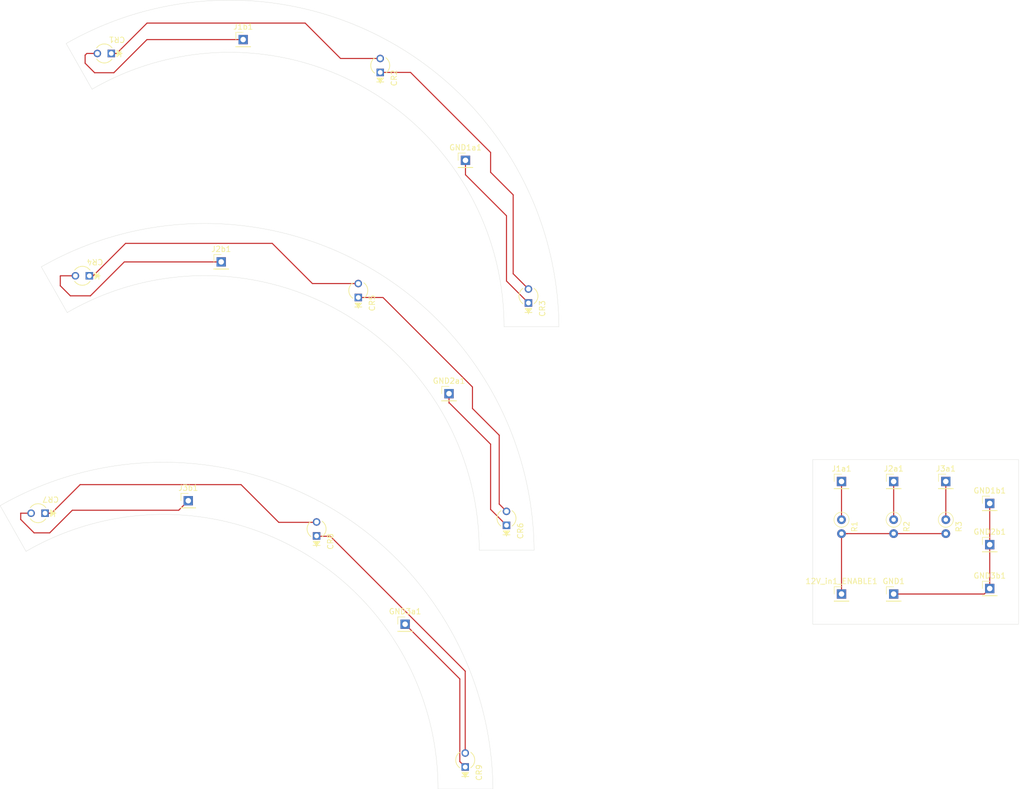
<source format=kicad_pcb>
(kicad_pcb (version 20241229) (generator "pcbnew") (generator_version "9.0")
  (layers (0 "F.Cu" signal) (2 "B.Cu" signal) (13 "F.Paste" user) (15 "B.Paste" user) (5 "F.SilkS" user "F.Silkscreen") (7 "B.SilkS" user "B.Silkscreen") (1 "F.Mask" user) (3 "B.Mask" user) (25 "Edge.Cuts" user))
  (net 0 "")
  (net 1 "Net-(12V_in1_ENABLE1-Pin_1)")
  (net 2 "Net-(CR1-Pad1)")
  (net 3 "Net-(J1b1-Pin_1)")
  (net 4 "Net-(CR2-Pad1)")
  (net 5 "Net-(CR4-Pad1)")
  (net 6 "Net-(CR5-Pad1)")
  (net 7 "Net-(CR7-Pad1)")
  (net 8 "Net-(CR8-Pad1)")
  (net 9 "Net-(GND1-Pin_1)")
  (net 10 "Net-(GND1a1-Pin_1)")
  (net 11 "Net-(GND2a1-Pin_1)")
  (net 12 "Net-(GND3a1-Pin_1)")
  (net 13 "Net-(J1a1-Pin_1)")
  (net 14 "Net-(J2a1-Pin_1)")
  (net 15 "Net-(J2b1-Pin_1)")
  (net 16 "Net-(J3a1-Pin_1)")
  (net 17 "Net-(J3b1-Pin_1)")
  (footprint "Connector_PinHeader_2.54mm:PinHeader_1x01_P2.54mm_Vertical" (layer "F.Cu") (at 183 129)
    (property "Reference" "GND1" (at 0 -2.33 0) (layer "F.SilkS"))
    (property "Value" "Conn_01x01_Pin")
    (fp_line (start -1.33 -1.33) (end 0 -1.33) (stroke (width 0.12)) (layer "F.SilkS"))
    (fp_line (start -1.33 0) (end -1.33 -1.33) (stroke (width 0.12)) (layer "F.SilkS"))
    (fp_line (start -1.33 1.27) (end -1.33 1.33) (stroke (width 0.12)) (layer "F.SilkS"))
    (fp_line (start -1.33 1.27) (end 1.33 1.27) (stroke (width 0.12)) (layer "F.SilkS"))
    (fp_line (start -1.33 1.33) (end 1.33 1.33) (stroke (width 0.12)) (layer "F.SilkS"))
    (fp_line (start 1.33 1.27) (end 1.33 1.33) (stroke (width 0.12)) (layer "F.SilkS"))
    (pad "1" thru_hole rect (at 0 0) (size 1.7 1.7) (drill 1) (layers "*.Cu" "*.Mask") (net 9 "Net-(GND1-Pin_1)"))
  )
  (footprint "Resistor_THT:R_Axial_DIN0207_L6.3mm_D2.5mm_P2.54mm_Vertical" (layer "F.Cu") (at 173.5 115.46 -90)
    (property "Reference" "R1" (at 1.27 -2.37 90) (layer "F.SilkS"))
    (property "Value" "100")
    (fp_line (start 1.37 0) (end 1.44 0) (stroke (width 0.12)) (layer "F.SilkS"))
    (fp_circle (center 0 0) (end 1.37 0) (stroke (width 0.12)) (fill no) (layer "F.SilkS"))
    (pad "1" thru_hole circle (at 0 0 270) (size 1.6 1.6) (drill 0.8) (layers "*.Cu" "*.Mask") (net 13 "Net-(J1a1-Pin_1)"))
    (pad "2" thru_hole oval (at 2.54 0 270) (size 1.6 1.6) (drill 0.8) (layers "*.Cu" "*.Mask") (net 1 "Net-(12V_in1_ENABLE1-Pin_1)"))
  )
  (footprint "LED_ring:TLL_Series_VIS" (layer "F.Cu") (at 112.5 115.5 90)
    (property "Reference" "CR6" (at -2 2.5 90) (layer "F.SilkS"))
    (property "Value" "TLLG4401")
    (fp_line (start -2.70866 -0.66256) (end -2.70866 0.60744) (stroke (width 0.1524)) (layer "F.SilkS"))
    (fp_line (start -2 -0.02756) (end -2.96266 -0.02756) (stroke (width 0.1524)) (layer "F.SilkS"))
    (fp_line (start -2.70866 -0.02756) (end -2 -0.61811) (stroke (width 0.1524)) (layer "F.SilkS"))
    (fp_line (start -2.70866 -0.02756) (end -2 -0.5) (stroke (width 0.1524)) (layer "F.SilkS"))
    (fp_line (start -2.70866 -0.02756) (end -2 -0.38189) (stroke (width 0.1524)) (layer "F.SilkS"))
    (fp_line (start -2.70866 -0.02756) (end -2 -0.26378) (stroke (width 0.1524)) (layer "F.SilkS"))
    (fp_line (start -2.70866 -0.02756) (end -2 -0.14567) (stroke (width 0.1524)) (layer "F.SilkS"))
    (fp_line (start -2.70866 -0.02756) (end -2 0.09055) (stroke (width 0.1524)) (layer "F.SilkS"))
    (fp_line (start -2.70866 -0.02756) (end -2 0.20866) (stroke (width 0.1524)) (layer "F.SilkS"))
    (fp_line (start -2.70866 -0.02756) (end -2 0.32677) (stroke (width 0.1524)) (layer "F.SilkS"))
    (fp_line (start -2.70866 -0.02756) (end -2 0.44488) (stroke (width 0.1524)) (layer "F.SilkS"))
    (fp_line (start -2.70866 -0.02756) (end -2 0.56299) (stroke (width 0.1524)) (layer "F.SilkS"))
    (fp_arc (start -1.106379 -1.046099) (mid 0.29377 -1.754752) (end 1.689601 -1.037633) (stroke (width 0.1524)) (layer "F.SilkS"))
    (fp_arc (start 1.689601 0.982513) (mid 0.29377 1.699632) (end -1.106379 0.990979) (stroke (width 0.1524)) (layer "F.SilkS"))
    (pad "1" thru_hole rect (at -0.98146 -0.02756 90) (size 1.3716 1.3716) (drill 0.8636) (layers "*.Cu" "*.Mask") (net 11 "Net-(GND2a1-Pin_1)"))
    (pad "2" thru_hole circle (at 1.55854 -0.02756 90) (size 1.3716 1.3716) (drill 0.8636) (layers "*.Cu" "*.Mask") (net 6 "Net-(CR5-Pad1)"))
  )
  (footprint "LED_ring:TLL_Series_VIS" (layer "F.Cu") (at 39.5 30.5 180)
    (property "Reference" "CR1" (at -2 2.5 180) (layer "F.SilkS"))
    (property "Value" "TLLG4401")
    (fp_line (start -2 -0.02756) (end -2.96266 -0.02756) (stroke (width 0.1524)) (layer "F.SilkS"))
    (fp_line (start -2.70866 -0.02756) (end -2 0.56299) (stroke (width 0.1524)) (layer "F.SilkS"))
    (fp_line (start -2.70866 -0.02756) (end -2 0.44488) (stroke (width 0.1524)) (layer "F.SilkS"))
    (fp_line (start -2.70866 -0.02756) (end -2 0.32677) (stroke (width 0.1524)) (layer "F.SilkS"))
    (fp_line (start -2.70866 -0.02756) (end -2 0.20866) (stroke (width 0.1524)) (layer "F.SilkS"))
    (fp_line (start -2.70866 -0.02756) (end -2 0.09055) (stroke (width 0.1524)) (layer "F.SilkS"))
    (fp_line (start -2.70866 -0.02756) (end -2 -0.14567) (stroke (width 0.1524)) (layer "F.SilkS"))
    (fp_line (start -2.70866 -0.02756) (end -2 -0.26378) (stroke (width 0.1524)) (layer "F.SilkS"))
    (fp_line (start -2.70866 -0.02756) (end -2 -0.38189) (stroke (width 0.1524)) (layer "F.SilkS"))
    (fp_line (start -2.70866 -0.02756) (end -2 -0.5) (stroke (width 0.1524)) (layer "F.SilkS"))
    (fp_line (start -2.70866 -0.02756) (end -2 -0.61811) (stroke (width 0.1524)) (layer "F.SilkS"))
    (fp_line (start -2.70866 -0.66256) (end -2.70866 0.60744) (stroke (width 0.1524)) (layer "F.SilkS"))
    (fp_arc (start 1.689601 0.982513) (mid 0.29377 1.699632) (end -1.106379 0.990979) (stroke (width 0.1524)) (layer "F.SilkS"))
    (fp_arc (start -1.106379 -1.046099) (mid 0.29377 -1.754752) (end 1.689601 -1.037633) (stroke (width 0.1524)) (layer "F.SilkS"))
    (pad "1" thru_hole rect (at -0.98146 -0.02756 180) (size 1.3716 1.3716) (drill 0.8636) (layers "*.Cu" "*.Mask") (net 2 "Net-(CR1-Pad1)"))
    (pad "2" thru_hole circle (at 1.55854 -0.02756 180) (size 1.3716 1.3716) (drill 0.8636) (layers "*.Cu" "*.Mask") (net 3 "Net-(J1b1-Pin_1)"))
  )
  (footprint "Connector_PinHeader_2.54mm:PinHeader_1x01_P2.54mm_Vertical" (layer "F.Cu") (at 173.5 108.5)
    (property "Reference" "J1a1" (at 0 -2.33 0) (layer "F.SilkS"))
    (property "Value" "Conn_01x01_Pin")
    (fp_line (start -1.33 -1.33) (end 0 -1.33) (stroke (width 0.12)) (layer "F.SilkS"))
    (fp_line (start -1.33 0) (end -1.33 -1.33) (stroke (width 0.12)) (layer "F.SilkS"))
    (fp_line (start -1.33 1.27) (end -1.33 1.33) (stroke (width 0.12)) (layer "F.SilkS"))
    (fp_line (start -1.33 1.27) (end 1.33 1.27) (stroke (width 0.12)) (layer "F.SilkS"))
    (fp_line (start -1.33 1.33) (end 1.33 1.33) (stroke (width 0.12)) (layer "F.SilkS"))
    (fp_line (start 1.33 1.27) (end 1.33 1.33) (stroke (width 0.12)) (layer "F.SilkS"))
    (pad "1" thru_hole rect (at 0 0) (size 1.7 1.7) (drill 1) (layers "*.Cu" "*.Mask") (net 13 "Net-(J1a1-Pin_1)"))
  )
  (footprint "LED_ring:TLL_Series_VIS" (layer "F.Cu") (at 89.5 33 90)
    (property "Reference" "CR2" (at -2 2.5 90) (layer "F.SilkS"))
    (property "Value" "TLLG4401")
    (fp_line (start -2.70866 -0.66256) (end -2.70866 0.60744) (stroke (width 0.1524)) (layer "F.SilkS"))
    (fp_line (start -2 -0.02756) (end -2.96266 -0.02756) (stroke (width 0.1524)) (layer "F.SilkS"))
    (fp_line (start -2.70866 -0.02756) (end -2 -0.61811) (stroke (width 0.1524)) (layer "F.SilkS"))
    (fp_line (start -2.70866 -0.02756) (end -2 -0.5) (stroke (width 0.1524)) (layer "F.SilkS"))
    (fp_line (start -2.70866 -0.02756) (end -2 -0.38189) (stroke (width 0.1524)) (layer "F.SilkS"))
    (fp_line (start -2.70866 -0.02756) (end -2 -0.26378) (stroke (width 0.1524)) (layer "F.SilkS"))
    (fp_line (start -2.70866 -0.02756) (end -2 -0.14567) (stroke (width 0.1524)) (layer "F.SilkS"))
    (fp_line (start -2.70866 -0.02756) (end -2 0.09055) (stroke (width 0.1524)) (layer "F.SilkS"))
    (fp_line (start -2.70866 -0.02756) (end -2 0.20866) (stroke (width 0.1524)) (layer "F.SilkS"))
    (fp_line (start -2.70866 -0.02756) (end -2 0.32677) (stroke (width 0.1524)) (layer "F.SilkS"))
    (fp_line (start -2.70866 -0.02756) (end -2 0.44488) (stroke (width 0.1524)) (layer "F.SilkS"))
    (fp_line (start -2.70866 -0.02756) (end -2 0.56299) (stroke (width 0.1524)) (layer "F.SilkS"))
    (fp_arc (start -1.106379 -1.046099) (mid 0.29377 -1.754752) (end 1.689601 -1.037633) (stroke (width 0.1524)) (layer "F.SilkS"))
    (fp_arc (start 1.689601 0.982513) (mid 0.29377 1.699632) (end -1.106379 0.990979) (stroke (width 0.1524)) (layer "F.SilkS"))
    (pad "1" thru_hole rect (at -0.98146 -0.02756 90) (size 1.3716 1.3716) (drill 0.8636) (layers "*.Cu" "*.Mask") (net 4 "Net-(CR2-Pad1)"))
    (pad "2" thru_hole circle (at 1.55854 -0.02756 90) (size 1.3716 1.3716) (drill 0.8636) (layers "*.Cu" "*.Mask") (net 2 "Net-(CR1-Pad1)"))
  )
  (footprint "Connector_PinHeader_2.54mm:PinHeader_1x01_P2.54mm_Vertical" (layer "F.Cu") (at 102 92.5)
    (property "Reference" "GND2a1" (at 0 -2.33 0) (layer "F.SilkS"))
    (property "Value" "Conn_01x01_Pin")
    (fp_line (start -1.33 -1.33) (end 0 -1.33) (stroke (width 0.12)) (layer "F.SilkS"))
    (fp_line (start -1.33 0) (end -1.33 -1.33) (stroke (width 0.12)) (layer "F.SilkS"))
    (fp_line (start -1.33 1.27) (end -1.33 1.33) (stroke (width 0.12)) (layer "F.SilkS"))
    (fp_line (start -1.33 1.27) (end 1.33 1.27) (stroke (width 0.12)) (layer "F.SilkS"))
    (fp_line (start -1.33 1.33) (end 1.33 1.33) (stroke (width 0.12)) (layer "F.SilkS"))
    (fp_line (start 1.33 1.27) (end 1.33 1.33) (stroke (width 0.12)) (layer "F.SilkS"))
    (pad "1" thru_hole rect (at 0 0) (size 1.7 1.7) (drill 1) (layers "*.Cu" "*.Mask") (net 11 "Net-(GND2a1-Pin_1)"))
  )
  (footprint "Connector_PinHeader_2.54mm:PinHeader_1x01_P2.54mm_Vertical" (layer "F.Cu") (at 173.5 129)
    (property "Reference" "12V_in1_ENABLE1" (at 0 -2.33 0) (layer "F.SilkS"))
    (property "Value" "Conn_01x01_Pin")
    (fp_line (start -1.33 -1.33) (end 0 -1.33) (stroke (width 0.12)) (layer "F.SilkS"))
    (fp_line (start -1.33 0) (end -1.33 -1.33) (stroke (width 0.12)) (layer "F.SilkS"))
    (fp_line (start -1.33 1.27) (end -1.33 1.33) (stroke (width 0.12)) (layer "F.SilkS"))
    (fp_line (start -1.33 1.27) (end 1.33 1.27) (stroke (width 0.12)) (layer "F.SilkS"))
    (fp_line (start -1.33 1.33) (end 1.33 1.33) (stroke (width 0.12)) (layer "F.SilkS"))
    (fp_line (start 1.33 1.27) (end 1.33 1.33) (stroke (width 0.12)) (layer "F.SilkS"))
    (pad "1" thru_hole rect (at 0 0) (size 1.7 1.7) (drill 1) (layers "*.Cu" "*.Mask") (net 1 "Net-(12V_in1_ENABLE1-Pin_1)"))
  )
  (footprint "Resistor_THT:R_Axial_DIN0207_L6.3mm_D2.5mm_P2.54mm_Vertical" (layer "F.Cu") (at 183 115.455 -90)
    (property "Reference" "R2" (at 1.270001 -2.37 90) (layer "F.SilkS"))
    (property "Value" "100")
    (fp_line (start 1.37 0) (end 1.44 0) (stroke (width 0.12)) (layer "F.SilkS"))
    (fp_circle (center 0 0) (end 1.37 0) (stroke (width 0.12)) (fill no) (layer "F.SilkS"))
    (pad "1" thru_hole circle (at 0 0 270) (size 1.6 1.6) (drill 0.8) (layers "*.Cu" "*.Mask") (net 14 "Net-(J2a1-Pin_1)"))
    (pad "2" thru_hole oval (at 2.54 0 270) (size 1.6 1.6) (drill 0.8) (layers "*.Cu" "*.Mask") (net 1 "Net-(12V_in1_ENABLE1-Pin_1)"))
  )
  (footprint "Connector_PinHeader_2.54mm:PinHeader_1x01_P2.54mm_Vertical" (layer "F.Cu") (at 183 108.5)
    (property "Reference" "J2a1" (at 0 -2.33 0) (layer "F.SilkS"))
    (property "Value" "Conn_01x01_Pin")
    (fp_line (start -1.33 -1.33) (end 0 -1.33) (stroke (width 0.12)) (layer "F.SilkS"))
    (fp_line (start -1.33 0) (end -1.33 -1.33) (stroke (width 0.12)) (layer "F.SilkS"))
    (fp_line (start -1.33 1.27) (end -1.33 1.33) (stroke (width 0.12)) (layer "F.SilkS"))
    (fp_line (start -1.33 1.27) (end 1.33 1.27) (stroke (width 0.12)) (layer "F.SilkS"))
    (fp_line (start -1.33 1.33) (end 1.33 1.33) (stroke (width 0.12)) (layer "F.SilkS"))
    (fp_line (start 1.33 1.27) (end 1.33 1.33) (stroke (width 0.12)) (layer "F.SilkS"))
    (pad "1" thru_hole rect (at 0 0) (size 1.7 1.7) (drill 1) (layers "*.Cu" "*.Mask") (net 14 "Net-(J2a1-Pin_1)"))
  )
  (footprint "Connector_PinHeader_2.54mm:PinHeader_1x01_P2.54mm_Vertical" (layer "F.Cu") (at 200.5 112.5)
    (property "Reference" "GND1b1" (at 0 -2.33 0) (layer "F.SilkS"))
    (property "Value" "Conn_01x01_Pin")
    (fp_line (start -1.33 -1.33) (end 0 -1.33) (stroke (width 0.12)) (layer "F.SilkS"))
    (fp_line (start -1.33 0) (end -1.33 -1.33) (stroke (width 0.12)) (layer "F.SilkS"))
    (fp_line (start -1.33 1.27) (end -1.33 1.33) (stroke (width 0.12)) (layer "F.SilkS"))
    (fp_line (start -1.33 1.27) (end 1.33 1.27) (stroke (width 0.12)) (layer "F.SilkS"))
    (fp_line (start -1.33 1.33) (end 1.33 1.33) (stroke (width 0.12)) (layer "F.SilkS"))
    (fp_line (start 1.33 1.27) (end 1.33 1.33) (stroke (width 0.12)) (layer "F.SilkS"))
    (pad "1" thru_hole rect (at 0 0) (size 1.7 1.7) (drill 1) (layers "*.Cu" "*.Mask") (net 9 "Net-(GND1-Pin_1)"))
  )
  (footprint "Connector_PinHeader_2.54mm:PinHeader_1x01_P2.54mm_Vertical" (layer "F.Cu") (at 54.5 112)
    (property "Reference" "J3b1" (at 0 -2.33 0) (layer "F.SilkS"))
    (property "Value" "Conn_01x01_Pin")
    (fp_line (start -1.33 -1.33) (end 0 -1.33) (stroke (width 0.12)) (layer "F.SilkS"))
    (fp_line (start -1.33 0) (end -1.33 -1.33) (stroke (width 0.12)) (layer "F.SilkS"))
    (fp_line (start -1.33 1.27) (end -1.33 1.33) (stroke (width 0.12)) (layer "F.SilkS"))
    (fp_line (start -1.33 1.27) (end 1.33 1.27) (stroke (width 0.12)) (layer "F.SilkS"))
    (fp_line (start -1.33 1.33) (end 1.33 1.33) (stroke (width 0.12)) (layer "F.SilkS"))
    (fp_line (start 1.33 1.27) (end 1.33 1.33) (stroke (width 0.12)) (layer "F.SilkS"))
    (pad "1" thru_hole rect (at 0 0) (size 1.7 1.7) (drill 1) (layers "*.Cu" "*.Mask") (net 17 "Net-(J3b1-Pin_1)"))
  )
  (footprint "LED_ring:TLL_Series_VIS" (layer "F.Cu") (at 104.98146 159.52756 90)
    (property "Reference" "CR9" (at -2 2.5 90) (layer "F.SilkS"))
    (property "Value" "TLLG4401")
    (fp_line (start -2.70866 -0.66256) (end -2.70866 0.60744) (stroke (width 0.1524)) (layer "F.SilkS"))
    (fp_line (start -2 -0.02756) (end -2.96266 -0.02756) (stroke (width 0.1524)) (layer "F.SilkS"))
    (fp_line (start -2.70866 -0.02756) (end -2 -0.61811) (stroke (width 0.1524)) (layer "F.SilkS"))
    (fp_line (start -2.70866 -0.02756) (end -2 -0.5) (stroke (width 0.1524)) (layer "F.SilkS"))
    (fp_line (start -2.70866 -0.02756) (end -2 -0.38189) (stroke (width 0.1524)) (layer "F.SilkS"))
    (fp_line (start -2.70866 -0.02756) (end -2 -0.26378) (stroke (width 0.1524)) (layer "F.SilkS"))
    (fp_line (start -2.70866 -0.02756) (end -2 -0.14567) (stroke (width 0.1524)) (layer "F.SilkS"))
    (fp_line (start -2.70866 -0.02756) (end -2 0.09055) (stroke (width 0.1524)) (layer "F.SilkS"))
    (fp_line (start -2.70866 -0.02756) (end -2 0.20866) (stroke (width 0.1524)) (layer "F.SilkS"))
    (fp_line (start -2.70866 -0.02756) (end -2 0.32677) (stroke (width 0.1524)) (layer "F.SilkS"))
    (fp_line (start -2.70866 -0.02756) (end -2 0.44488) (stroke (width 0.1524)) (layer "F.SilkS"))
    (fp_line (start -2.70866 -0.02756) (end -2 0.56299) (stroke (width 0.1524)) (layer "F.SilkS"))
    (fp_arc (start -1.106379 -1.046099) (mid 0.29377 -1.754752) (end 1.689601 -1.037633) (stroke (width 0.1524)) (layer "F.SilkS"))
    (fp_arc (start 1.689601 0.982513) (mid 0.29377 1.699632) (end -1.106379 0.990979) (stroke (width 0.1524)) (layer "F.SilkS"))
    (pad "1" thru_hole rect (at -0.98146 -0.02756 90) (size 1.3716 1.3716) (drill 0.8636) (layers "*.Cu" "*.Mask") (net 12 "Net-(GND3a1-Pin_1)"))
    (pad "2" thru_hole circle (at 1.55854 -0.02756 90) (size 1.3716 1.3716) (drill 0.8636) (layers "*.Cu" "*.Mask") (net 8 "Net-(CR8-Pad1)"))
  )
  (footprint "Connector_PinHeader_2.54mm:PinHeader_1x01_P2.54mm_Vertical" (layer "F.Cu") (at 64.5 28)
    (property "Reference" "J1b1" (at 0 -2.33 0) (layer "F.SilkS"))
    (property "Value" "Conn_01x01_Pin")
    (fp_line (start -1.33 -1.33) (end 0 -1.33) (stroke (width 0.12)) (layer "F.SilkS"))
    (fp_line (start -1.33 0) (end -1.33 -1.33) (stroke (width 0.12)) (layer "F.SilkS"))
    (fp_line (start -1.33 1.27) (end -1.33 1.33) (stroke (width 0.12)) (layer "F.SilkS"))
    (fp_line (start -1.33 1.27) (end 1.33 1.27) (stroke (width 0.12)) (layer "F.SilkS"))
    (fp_line (start -1.33 1.33) (end 1.33 1.33) (stroke (width 0.12)) (layer "F.SilkS"))
    (fp_line (start 1.33 1.27) (end 1.33 1.33) (stroke (width 0.12)) (layer "F.SilkS"))
    (pad "1" thru_hole rect (at 0 0) (size 1.7 1.7) (drill 1) (layers "*.Cu" "*.Mask") (net 3 "Net-(J1b1-Pin_1)"))
  )
  (footprint "Connector_PinHeader_2.54mm:PinHeader_1x01_P2.54mm_Vertical" (layer "F.Cu") (at 200.5 128)
    (property "Reference" "GND3b1" (at 0 -2.33 0) (layer "F.SilkS"))
    (property "Value" "Conn_01x01_Pin")
    (fp_line (start -1.33 -1.33) (end 0 -1.33) (stroke (width 0.12)) (layer "F.SilkS"))
    (fp_line (start -1.33 0) (end -1.33 -1.33) (stroke (width 0.12)) (layer "F.SilkS"))
    (fp_line (start -1.33 1.27) (end -1.33 1.33) (stroke (width 0.12)) (layer "F.SilkS"))
    (fp_line (start -1.33 1.27) (end 1.33 1.27) (stroke (width 0.12)) (layer "F.SilkS"))
    (fp_line (start -1.33 1.33) (end 1.33 1.33) (stroke (width 0.12)) (layer "F.SilkS"))
    (fp_line (start 1.33 1.27) (end 1.33 1.33) (stroke (width 0.12)) (layer "F.SilkS"))
    (pad "1" thru_hole rect (at 0 0) (size 1.7 1.7) (drill 1) (layers "*.Cu" "*.Mask") (net 9 "Net-(GND1-Pin_1)"))
  )
  (footprint "LED_ring:TLL_Series_VIS" (layer "F.Cu") (at 35.5 71 180)
    (property "Reference" "CR4" (at -2 2.5 180) (layer "F.SilkS"))
    (property "Value" "TLLG4401")
    (fp_line (start -2 -0.02756) (end -2.96266 -0.02756) (stroke (width 0.1524)) (layer "F.SilkS"))
    (fp_line (start -2.70866 -0.02756) (end -2 0.56299) (stroke (width 0.1524)) (layer "F.SilkS"))
    (fp_line (start -2.70866 -0.02756) (end -2 0.44488) (stroke (width 0.1524)) (layer "F.SilkS"))
    (fp_line (start -2.70866 -0.02756) (end -2 0.32677) (stroke (width 0.1524)) (layer "F.SilkS"))
    (fp_line (start -2.70866 -0.02756) (end -2 0.20866) (stroke (width 0.1524)) (layer "F.SilkS"))
    (fp_line (start -2.70866 -0.02756) (end -2 0.09055) (stroke (width 0.1524)) (layer "F.SilkS"))
    (fp_line (start -2.70866 -0.02756) (end -2 -0.14567) (stroke (width 0.1524)) (layer "F.SilkS"))
    (fp_line (start -2.70866 -0.02756) (end -2 -0.26378) (stroke (width 0.1524)) (layer "F.SilkS"))
    (fp_line (start -2.70866 -0.02756) (end -2 -0.38189) (stroke (width 0.1524)) (layer "F.SilkS"))
    (fp_line (start -2.70866 -0.02756) (end -2 -0.5) (stroke (width 0.1524)) (layer "F.SilkS"))
    (fp_line (start -2.70866 -0.02756) (end -2 -0.61811) (stroke (width 0.1524)) (layer "F.SilkS"))
    (fp_line (start -2.70866 -0.66256) (end -2.70866 0.60744) (stroke (width 0.1524)) (layer "F.SilkS"))
    (fp_arc (start 1.689601 0.982513) (mid 0.29377 1.699632) (end -1.106379 0.990979) (stroke (width 0.1524)) (layer "F.SilkS"))
    (fp_arc (start -1.106379 -1.046099) (mid 0.29377 -1.754752) (end 1.689601 -1.037633) (stroke (width 0.1524)) (layer "F.SilkS"))
    (pad "1" thru_hole rect (at -0.98146 -0.02756 180) (size 1.3716 1.3716) (drill 0.8636) (layers "*.Cu" "*.Mask") (net 5 "Net-(CR4-Pad1)"))
    (pad "2" thru_hole circle (at 1.55854 -0.02756 180) (size 1.3716 1.3716) (drill 0.8636) (layers "*.Cu" "*.Mask") (net 15 "Net-(J2b1-Pin_1)"))
  )
  (footprint "LED_ring:TLL_Series_VIS" (layer "F.Cu") (at 85.5 74 90)
    (property "Reference" "CR5" (at -2 2.5 90) (layer "F.SilkS"))
    (property "Value" "TLLG4401")
    (fp_line (start -2.70866 -0.66256) (end -2.70866 0.60744) (stroke (width 0.1524)) (layer "F.SilkS"))
    (fp_line (start -2 -0.02756) (end -2.96266 -0.02756) (stroke (width 0.1524)) (layer "F.SilkS"))
    (fp_line (start -2.70866 -0.02756) (end -2 -0.61811) (stroke (width 0.1524)) (layer "F.SilkS"))
    (fp_line (start -2.70866 -0.02756) (end -2 -0.5) (stroke (width 0.1524)) (layer "F.SilkS"))
    (fp_line (start -2.70866 -0.02756) (end -2 -0.38189) (stroke (width 0.1524)) (layer "F.SilkS"))
    (fp_line (start -2.70866 -0.02756) (end -2 -0.26378) (stroke (width 0.1524)) (layer "F.SilkS"))
    (fp_line (start -2.70866 -0.02756) (end -2 -0.14567) (stroke (width 0.1524)) (layer "F.SilkS"))
    (fp_line (start -2.70866 -0.02756) (end -2 0.09055) (stroke (width 0.1524)) (layer "F.SilkS"))
    (fp_line (start -2.70866 -0.02756) (end -2 0.20866) (stroke (width 0.1524)) (layer "F.SilkS"))
    (fp_line (start -2.70866 -0.02756) (end -2 0.32677) (stroke (width 0.1524)) (layer "F.SilkS"))
    (fp_line (start -2.70866 -0.02756) (end -2 0.44488) (stroke (width 0.1524)) (layer "F.SilkS"))
    (fp_line (start -2.70866 -0.02756) (end -2 0.56299) (stroke (width 0.1524)) (layer "F.SilkS"))
    (fp_arc (start -1.106379 -1.046099) (mid 0.29377 -1.754752) (end 1.689601 -1.037633) (stroke (width 0.1524)) (layer "F.SilkS"))
    (fp_arc (start 1.689601 0.982513) (mid 0.29377 1.699632) (end -1.106379 0.990979) (stroke (width 0.1524)) (layer "F.SilkS"))
    (pad "1" thru_hole rect (at -0.98146 -0.02756 90) (size 1.3716 1.3716) (drill 0.8636) (layers "*.Cu" "*.Mask") (net 6 "Net-(CR5-Pad1)"))
    (pad "2" thru_hole circle (at 1.55854 -0.02756 90) (size 1.3716 1.3716) (drill 0.8636) (layers "*.Cu" "*.Mask") (net 5 "Net-(CR4-Pad1)"))
  )
  (footprint "Connector_PinHeader_2.54mm:PinHeader_1x01_P2.54mm_Vertical" (layer "F.Cu") (at 60.5 68.5)
    (property "Reference" "J2b1" (at 0 -2.33 0) (layer "F.SilkS"))
    (property "Value" "Conn_01x01_Pin")
    (fp_line (start -1.33 -1.33) (end 0 -1.33) (stroke (width 0.12)) (layer "F.SilkS"))
    (fp_line (start -1.33 0) (end -1.33 -1.33) (stroke (width 0.12)) (layer "F.SilkS"))
    (fp_line (start -1.33 1.27) (end -1.33 1.33) (stroke (width 0.12)) (layer "F.SilkS"))
    (fp_line (start -1.33 1.27) (end 1.33 1.27) (stroke (width 0.12)) (layer "F.SilkS"))
    (fp_line (start -1.33 1.33) (end 1.33 1.33) (stroke (width 0.12)) (layer "F.SilkS"))
    (fp_line (start 1.33 1.27) (end 1.33 1.33) (stroke (width 0.12)) (layer "F.SilkS"))
    (pad "1" thru_hole rect (at 0 0) (size 1.7 1.7) (drill 1) (layers "*.Cu" "*.Mask") (net 15 "Net-(J2b1-Pin_1)"))
  )
  (footprint "LED_ring:TLL_Series_VIS" (layer "F.Cu") (at 27.432 114.2492 180)
    (property "Reference" "CR7" (at -2 2.5 180) (layer "F.SilkS"))
    (property "Value" "TLLG4401")
    (fp_line (start -2 -0.02756) (end -2.96266 -0.02756) (stroke (width 0.1524)) (layer "F.SilkS"))
    (fp_line (start -2.70866 -0.02756) (end -2 0.56299) (stroke (width 0.1524)) (layer "F.SilkS"))
    (fp_line (start -2.70866 -0.02756) (end -2 0.44488) (stroke (width 0.1524)) (layer "F.SilkS"))
    (fp_line (start -2.70866 -0.02756) (end -2 0.32677) (stroke (width 0.1524)) (layer "F.SilkS"))
    (fp_line (start -2.70866 -0.02756) (end -2 0.20866) (stroke (width 0.1524)) (layer "F.SilkS"))
    (fp_line (start -2.70866 -0.02756) (end -2 0.09055) (stroke (width 0.1524)) (layer "F.SilkS"))
    (fp_line (start -2.70866 -0.02756) (end -2 -0.14567) (stroke (width 0.1524)) (layer "F.SilkS"))
    (fp_line (start -2.70866 -0.02756) (end -2 -0.26378) (stroke (width 0.1524)) (layer "F.SilkS"))
    (fp_line (start -2.70866 -0.02756) (end -2 -0.38189) (stroke (width 0.1524)) (layer "F.SilkS"))
    (fp_line (start -2.70866 -0.02756) (end -2 -0.5) (stroke (width 0.1524)) (layer "F.SilkS"))
    (fp_line (start -2.70866 -0.02756) (end -2 -0.61811) (stroke (width 0.1524)) (layer "F.SilkS"))
    (fp_line (start -2.70866 -0.66256) (end -2.70866 0.60744) (stroke (width 0.1524)) (layer "F.SilkS"))
    (fp_arc (start 1.689601 0.982513) (mid 0.29377 1.699632) (end -1.106379 0.990979) (stroke (width 0.1524)) (layer "F.SilkS"))
    (fp_arc (start -1.106379 -1.046099) (mid 0.29377 -1.754752) (end 1.689601 -1.037633) (stroke (width 0.1524)) (layer "F.SilkS"))
    (pad "1" thru_hole rect (at -0.98146 -0.02756 180) (size 1.3716 1.3716) (drill 0.8636) (layers "*.Cu" "*.Mask") (net 7 "Net-(CR7-Pad1)"))
    (pad "2" thru_hole circle (at 1.55854 -0.02756 180) (size 1.3716 1.3716) (drill 0.8636) (layers "*.Cu" "*.Mask") (net 17 "Net-(J3b1-Pin_1)"))
  )
  (footprint "Connector_PinHeader_2.54mm:PinHeader_1x01_P2.54mm_Vertical" (layer "F.Cu") (at 94 134.5)
    (property "Reference" "GND3a1" (at 0 -2.33 0) (layer "F.SilkS"))
    (property "Value" "Conn_01x01_Pin")
    (fp_line (start -1.33 -1.33) (end 0 -1.33) (stroke (width 0.12)) (layer "F.SilkS"))
    (fp_line (start -1.33 0) (end -1.33 -1.33) (stroke (width 0.12)) (layer "F.SilkS"))
    (fp_line (start -1.33 1.27) (end -1.33 1.33) (stroke (width 0.12)) (layer "F.SilkS"))
    (fp_line (start -1.33 1.27) (end 1.33 1.27) (stroke (width 0.12)) (layer "F.SilkS"))
    (fp_line (start -1.33 1.33) (end 1.33 1.33) (stroke (width 0.12)) (layer "F.SilkS"))
    (fp_line (start 1.33 1.27) (end 1.33 1.33) (stroke (width 0.12)) (layer "F.SilkS"))
    (pad "1" thru_hole rect (at 0 0) (size 1.7 1.7) (drill 1) (layers "*.Cu" "*.Mask") (net 12 "Net-(GND3a1-Pin_1)"))
  )
  (footprint "Connector_PinHeader_2.54mm:PinHeader_1x01_P2.54mm_Vertical" (layer "F.Cu") (at 192.5 108.5)
    (property "Reference" "J3a1" (at 0 -2.33 0) (layer "F.SilkS"))
    (property "Value" "Conn_01x01_Pin")
    (fp_line (start -1.33 -1.33) (end 0 -1.33) (stroke (width 0.12)) (layer "F.SilkS"))
    (fp_line (start -1.33 0) (end -1.33 -1.33) (stroke (width 0.12)) (layer "F.SilkS"))
    (fp_line (start -1.33 1.27) (end -1.33 1.33) (stroke (width 0.12)) (layer "F.SilkS"))
    (fp_line (start -1.33 1.27) (end 1.33 1.27) (stroke (width 0.12)) (layer "F.SilkS"))
    (fp_line (start -1.33 1.33) (end 1.33 1.33) (stroke (width 0.12)) (layer "F.SilkS"))
    (fp_line (start 1.33 1.27) (end 1.33 1.33) (stroke (width 0.12)) (layer "F.SilkS"))
    (pad "1" thru_hole rect (at 0 0) (size 1.7 1.7) (drill 1) (layers "*.Cu" "*.Mask") (net 16 "Net-(J3a1-Pin_1)"))
  )
  (footprint "Connector_PinHeader_2.54mm:PinHeader_1x01_P2.54mm_Vertical" (layer "F.Cu") (at 200.5 120)
    (property "Reference" "GND2b1" (at 0 -2.33 0) (layer "F.SilkS"))
    (property "Value" "Conn_01x01_Pin")
    (fp_line (start -1.33 -1.33) (end 0 -1.33) (stroke (width 0.12)) (layer "F.SilkS"))
    (fp_line (start -1.33 0) (end -1.33 -1.33) (stroke (width 0.12)) (layer "F.SilkS"))
    (fp_line (start -1.33 1.27) (end -1.33 1.33) (stroke (width 0.12)) (layer "F.SilkS"))
    (fp_line (start -1.33 1.27) (end 1.33 1.27) (stroke (width 0.12)) (layer "F.SilkS"))
    (fp_line (start -1.33 1.33) (end 1.33 1.33) (stroke (width 0.12)) (layer "F.SilkS"))
    (fp_line (start 1.33 1.27) (end 1.33 1.33) (stroke (width 0.12)) (layer "F.SilkS"))
    (pad "1" thru_hole rect (at 0 0) (size 1.7 1.7) (drill 1) (layers "*.Cu" "*.Mask") (net 9 "Net-(GND1-Pin_1)"))
  )
  (footprint "LED_ring:TLL_Series_VIS" (layer "F.Cu") (at 116.5 75 90)
    (property "Reference" "CR3" (at -2 2.5 90) (layer "F.SilkS"))
    (property "Value" "TLLG4401")
    (fp_line (start -2.70866 -0.66256) (end -2.70866 0.60744) (stroke (width 0.1524)) (layer "F.SilkS"))
    (fp_line (start -2 -0.02756) (end -2.96266 -0.02756) (stroke (width 0.1524)) (layer "F.SilkS"))
    (fp_line (start -2.70866 -0.02756) (end -2 -0.61811) (stroke (width 0.1524)) (layer "F.SilkS"))
    (fp_line (start -2.70866 -0.02756) (end -2 -0.5) (stroke (width 0.1524)) (layer "F.SilkS"))
    (fp_line (start -2.70866 -0.02756) (end -2 -0.38189) (stroke (width 0.1524)) (layer "F.SilkS"))
    (fp_line (start -2.70866 -0.02756) (end -2 -0.26378) (stroke (width 0.1524)) (layer "F.SilkS"))
    (fp_line (start -2.70866 -0.02756) (end -2 -0.14567) (stroke (width 0.1524)) (layer "F.SilkS"))
    (fp_line (start -2.70866 -0.02756) (end -2 0.09055) (stroke (width 0.1524)) (layer "F.SilkS"))
    (fp_line (start -2.70866 -0.02756) (end -2 0.20866) (stroke (width 0.1524)) (layer "F.SilkS"))
    (fp_line (start -2.70866 -0.02756) (end -2 0.32677) (stroke (width 0.1524)) (layer "F.SilkS"))
    (fp_line (start -2.70866 -0.02756) (end -2 0.44488) (stroke (width 0.1524)) (layer "F.SilkS"))
    (fp_line (start -2.70866 -0.02756) (end -2 0.56299) (stroke (width 0.1524)) (layer "F.SilkS"))
    (fp_arc (start -1.106379 -1.046099) (mid 0.29377 -1.754752) (end 1.689601 -1.037633) (stroke (width 0.1524)) (layer "F.SilkS"))
    (fp_arc (start 1.689601 0.982513) (mid 0.29377 1.699632) (end -1.106379 0.990979) (stroke (width 0.1524)) (layer "F.SilkS"))
    (pad "1" thru_hole rect (at -0.98146 -0.02756 90) (size 1.3716 1.3716) (drill 0.8636) (layers "*.Cu" "*.Mask") (net 10 "Net-(GND1a1-Pin_1)"))
    (pad "2" thru_hole circle (at 1.55854 -0.02756 90) (size 1.3716 1.3716) (drill 0.8636) (layers "*.Cu" "*.Mask") (net 4 "Net-(CR2-Pad1)"))
  )
  (footprint "Resistor_THT:R_Axial_DIN0207_L6.3mm_D2.5mm_P2.54mm_Vertical" (layer "F.Cu") (at 192.5 115.46 -90)
    (property "Reference" "R3" (at 1.27 -2.37 90) (layer "F.SilkS"))
    (property "Value" "100")
    (fp_line (start 1.37 0) (end 1.44 0) (stroke (width 0.12)) (layer "F.SilkS"))
    (fp_circle (center 0 0) (end 1.37 0) (stroke (width 0.12)) (fill no) (layer "F.SilkS"))
    (pad "1" thru_hole circle (at 0 0 270) (size 1.6 1.6) (drill 0.8) (layers "*.Cu" "*.Mask") (net 16 "Net-(J3a1-Pin_1)"))
    (pad "2" thru_hole oval (at 2.54 0 270) (size 1.6 1.6) (drill 0.8) (layers "*.Cu" "*.Mask") (net 1 "Net-(12V_in1_ENABLE1-Pin_1)"))
  )
  (footprint "Connector_PinHeader_2.54mm:PinHeader_1x01_P2.54mm_Vertical" (layer "F.Cu") (at 105 50)
    (property "Reference" "GND1a1" (at 0 -2.33 0) (layer "F.SilkS"))
    (property "Value" "Conn_01x01_Pin")
    (fp_line (start -1.33 -1.33) (end 0 -1.33) (stroke (width 0.12)) (layer "F.SilkS"))
    (fp_line (start -1.33 0) (end -1.33 -1.33) (stroke (width 0.12)) (layer "F.SilkS"))
    (fp_line (start -1.33 1.27) (end -1.33 1.33) (stroke (width 0.12)) (layer "F.SilkS"))
    (fp_line (start -1.33 1.27) (end 1.33 1.27) (stroke (width 0.12)) (layer "F.SilkS"))
    (fp_line (start -1.33 1.33) (end 1.33 1.33) (stroke (width 0.12)) (layer "F.SilkS"))
    (fp_line (start 1.33 1.27) (end 1.33 1.33) (stroke (width 0.12)) (layer "F.SilkS"))
    (pad "1" thru_hole rect (at 0 0) (size 1.7 1.7) (drill 1) (layers "*.Cu" "*.Mask") (net 10 "Net-(GND1a1-Pin_1)"))
  )
  (footprint "LED_ring:TLL_Series_VIS" (layer "F.Cu") (at 77.90396 117.43334 90)
    (property "Reference" "CR8" (at -2 2.5 90) (layer "F.SilkS"))
    (property "Value" "TLLG4401")
    (fp_line (start -2.70866 -0.66256) (end -2.70866 0.60744) (stroke (width 0.1524)) (layer "F.SilkS"))
    (fp_line (start -2 -0.02756) (end -2.96266 -0.02756) (stroke (width 0.1524)) (layer "F.SilkS"))
    (fp_line (start -2.70866 -0.02756) (end -2 -0.61811) (stroke (width 0.1524)) (layer "F.SilkS"))
    (fp_line (start -2.70866 -0.02756) (end -2 -0.5) (stroke (width 0.1524)) (layer "F.SilkS"))
    (fp_line (start -2.70866 -0.02756) (end -2 -0.38189) (stroke (width 0.1524)) (layer "F.SilkS"))
    (fp_line (start -2.70866 -0.02756) (end -2 -0.26378) (stroke (width 0.1524)) (layer "F.SilkS"))
    (fp_line (start -2.70866 -0.02756) (end -2 -0.14567) (stroke (width 0.1524)) (layer "F.SilkS"))
    (fp_line (start -2.70866 -0.02756) (end -2 0.09055) (stroke (width 0.1524)) (layer "F.SilkS"))
    (fp_line (start -2.70866 -0.02756) (end -2 0.20866) (stroke (width 0.1524)) (layer "F.SilkS"))
    (fp_line (start -2.70866 -0.02756) (end -2 0.32677) (stroke (width 0.1524)) (layer "F.SilkS"))
    (fp_line (start -2.70866 -0.02756) (end -2 0.44488) (stroke (width 0.1524)) (layer "F.SilkS"))
    (fp_line (start -2.70866 -0.02756) (end -2 0.56299) (stroke (width 0.1524)) (layer "F.SilkS"))
    (fp_arc (start -1.106379 -1.046099) (mid 0.29377 -1.754752) (end 1.689601 -1.037633) (stroke (width 0.1524)) (layer "F.SilkS"))
    (fp_arc (start 1.689601 0.982513) (mid 0.29377 1.699632) (end -1.106379 0.990979) (stroke (width 0.1524)) (layer "F.SilkS"))
    (pad "1" thru_hole rect (at -0.98146 -0.02756 90) (size 1.3716 1.3716) (drill 0.8636) (layers "*.Cu" "*.Mask") (net 8 "Net-(CR8-Pad1)"))
    (pad "2" thru_hole circle (at 1.55854 -0.02756 90) (size 1.3716 1.3716) (drill 0.8636) (layers "*.Cu" "*.Mask") (net 7 "Net-(CR7-Pad1)"))
  )
  (gr_arc (start 24.948186 121.228668) (mid 74.97408 121.183757) (end 100 164.499982) (stroke (width 0.05)) (layer "Edge.Cuts"))
  (gr_line (start 117.5 121.000018) (end 107.5 120.999982) (stroke (width 0.05)) (layer "Edge.Cuts"))
  (gr_arc (start 32.448186 77.728668) (mid 82.47408 77.683757) (end 107.5 120.999982) (stroke (width 0.05)) (layer "Edge.Cuts"))
  (gr_line (start 32.25655 28.719829) (end 36.974106 37.044913) (stroke (width 0.05)) (layer "Edge.Cuts"))
  (gr_arc (start 20.23063 112.903586) (mid 79.900164 112.978543) (end 110 164.499983) (stroke (width 0.05)) (layer "Edge.Cuts"))
  (gr_arc (start 32.25655 28.719829) (mid 91.926084 28.794786) (end 122.02592 80.316226) (stroke (width 0.05)) (layer "Edge.Cuts"))
  (gr_line (start 122.02592 80.316261) (end 112.02592 80.316225) (stroke (width 0.05)) (layer "Edge.Cuts"))
  (gr_line (start 110 164.500018) (end 100 164.499982) (stroke (width 0.05)) (layer "Edge.Cuts"))
  (gr_arc (start 27.73063 69.403586) (mid 87.400164 69.478543) (end 117.5 120.999983) (stroke (width 0.05)) (layer "Edge.Cuts"))
  (gr_arc (start 36.974106 37.044911) (mid 87 37) (end 112.02592 80.316225) (stroke (width 0.05)) (layer "Edge.Cuts"))
  (gr_line (start 20.23063 112.903586) (end 24.948186 121.22867) (stroke (width 0.05)) (layer "Edge.Cuts"))
  (gr_line (start 27.73063 69.403586) (end 32.448186 77.72867) (stroke (width 0.05)) (layer "Edge.Cuts"))
  (gr_rect (start 168.25 104.5) (end 205.75 134.5) (stroke (width 0.05)) (fill no) (layer "Edge.Cuts"))
  (segment (start 174.5 118) (end 174.505 117.995) (width 0.2) (layer "F.Cu") (net 1))
  (segment (start 173.5 129) (end 173.5 118) (width 0.2) (layer "F.Cu") (net 1))
  (segment (start 183 117.995) (end 192.495 117.995) (width 0.2) (layer "F.Cu") (net 1))
  (segment (start 173.5 118) (end 174.5 118) (width 0.2) (layer "F.Cu") (net 1))
  (segment (start 174.505 117.995) (end 183 117.995) (width 0.2) (layer "F.Cu") (net 1))
  (segment (start 192.495 117.995) (end 192.5 118) (width 0.2) (layer "F.Cu") (net 1))
  (segment (start 82.24146 31.44146) (end 89.47244 31.44146) (width 0.2) (layer "F.Cu") (net 2))
  (segment (start 75.7936 24.9936) (end 82.24146 31.44146) (width 0.2) (layer "F.Cu") (net 2))
  (segment (start 41.45604 30.52756) (end 46.99 24.9936) (width 0.2) (layer "F.Cu") (net 2))
  (segment (start 46.99 24.9936) (end 75.7936 24.9936) (width 0.2) (layer "F.Cu") (net 2))
  (segment (start 40.48146 30.52756) (end 41.45604 30.52756) (width 0.2) (layer "F.Cu") (net 2))
  (segment (start 40.945248 34.036) (end 46.981248 28) (width 0.2) (layer "F.Cu") (net 3))
  (segment (start 36.02044 30.52756) (end 35.7124 30.8356) (width 0.2) (layer "F.Cu") (net 3))
  (segment (start 35.7124 30.8356) (end 35.7124 32.3088) (width 0.2) (layer "F.Cu") (net 3))
  (segment (start 37.4396 34.036) (end 40.945248 34.036) (width 0.2) (layer "F.Cu") (net 3))
  (segment (start 37.94146 30.52756) (end 36.02044 30.52756) (width 0.2) (layer "F.Cu") (net 3))
  (segment (start 35.7124 32.3088) (end 37.4396 34.036) (width 0.2) (layer "F.Cu") (net 3))
  (segment (start 46.981248 28) (end 64.5 28) (width 0.2) (layer "F.Cu") (net 3))
  (segment (start 94.99226 33.98146) (end 89.47244 33.98146) (width 0.2) (layer "F.Cu") (net 4))
  (segment (start 109.5756 48.5648) (end 94.99226 33.98146) (width 0.2) (layer "F.Cu") (net 4))
  (segment (start 116.47244 73.44146) (end 113.6904 70.65942) (width 0.2) (layer "F.Cu") (net 4))
  (segment (start 109.5756 52.1716) (end 109.5756 48.5648) (width 0.2) (layer "F.Cu") (net 4))
  (segment (start 113.6904 56.2864) (end 109.5756 52.1716) (width 0.2) (layer "F.Cu") (net 4))
  (segment (start 113.6904 70.65942) (end 113.6904 56.2864) (width 0.2) (layer "F.Cu") (net 4))
  (segment (start 43.0784 65.1256) (end 37.17644 71.02756) (width 0.2) (layer "F.Cu") (net 5))
  (segment (start 37.17644 71.02756) (end 36.48146 71.02756) (width 0.2) (layer "F.Cu") (net 5))
  (segment (start 69.7992 65.1256) (end 43.0784 65.1256) (width 0.2) (layer "F.Cu") (net 5))
  (segment (start 85.47244 72.44146) (end 77.11506 72.44146) (width 0.2) (layer "F.Cu") (net 5))
  (segment (start 77.11506 72.44146) (end 69.7992 65.1256) (width 0.2) (layer "F.Cu") (net 5))
  (segment (start 106.2736 91.2876) (end 89.96746 74.98146) (width 0.2) (layer "F.Cu") (net 6))
  (segment (start 89.96746 74.98146) (end 85.47244 74.98146) (width 0.2) (layer "F.Cu") (net 6))
  (segment (start 111.1504 112.61942) (end 111.1504 100.076) (width 0.2) (layer "F.Cu") (net 6))
  (segment (start 106.2736 95.1992) (end 106.2736 91.2876) (width 0.2) (layer "F.Cu") (net 6))
  (segment (start 111.1504 100.076) (end 106.2736 95.1992) (width 0.2) (layer "F.Cu") (net 6))
  (segment (start 112.47244 113.94146) (end 111.1504 112.61942) (width 0.2) (layer "F.Cu") (net 6))
  (segment (start 70.98346 115.94146) (end 64.1096 109.0676) (width 0.2) (layer "F.Cu") (net 7))
  (segment (start 78.47244 115.94146) (end 70.98346 115.94146) (width 0.2) (layer "F.Cu") (net 7))
  (segment (start 34.8087 109.0676) (end 29.59954 114.27676) (width 0.2) (layer "F.Cu") (net 7))
  (segment (start 29.59954 114.27676) (end 28.41346 114.27676) (width 0.2) (layer "F.Cu") (net 7))
  (segment (start 64.1096 109.0676) (end 34.8087 109.0676) (width 0.2) (layer "F.Cu") (net 7))
  (segment (start 104.9539 157.96902) (end 104.9539 143.0539) (width 0.2) (layer "F.Cu") (net 8))
  (segment (start 104.9539 143.0539) (end 80.38146 118.48146) (width 0.2) (layer "F.Cu") (net 8))
  (segment (start 80.38146 118.48146) (end 78.47244 118.48146) (width 0.2) (layer "F.Cu") (net 8))
  (segment (start 199.5 129) (end 200.5 128) (width 0.2) (layer "F.Cu") (net 9))
  (segment (start 200.5 128) (end 200.5 120) (width 0.2) (layer "F.Cu") (net 9))
  (segment (start 183 129) (end 199.5 129) (width 0.2) (layer "F.Cu") (net 9))
  (segment (start 200.5 120) (end 200.5 112.5) (width 0.2) (layer "F.Cu") (net 9))
  (segment (start 112.4712 71.98022) (end 116.47244 75.98146) (width 0.2) (layer "F.Cu") (net 10))
  (segment (start 105 50) (end 105 52.6252) (width 0.2) (layer "F.Cu") (net 10))
  (segment (start 105 52.6252) (end 112.4712 60.0964) (width 0.2) (layer "F.Cu") (net 10))
  (segment (start 112.4712 60.0964) (end 112.4712 71.98022) (width 0.2) (layer "F.Cu") (net 10))
  (segment (start 102 94.2349) (end 102 94.1324) (width 0.2) (layer "F.Cu") (net 11))
  (segment (start 109.5756 101.708) (end 102 94.1324) (width 0.2) (layer "F.Cu") (net 11))
  (segment (start 109.5756 113.58462) (end 109.5756 101.708) (width 0.2) (layer "F.Cu") (net 11))
  (segment (start 102 94.1324) (end 102 92.5) (width 0.2) (layer "F.Cu") (net 11))
  (segment (start 112.47244 116.48146) (end 109.5756 113.58462) (width 0.2) (layer "F.Cu") (net 11))
  (segment (start 94 134.5) (end 103.9671 144.4671) (width 0.2) (layer "F.Cu") (net 12))
  (segment (start 103.9671 159.52222) (end 104.9539 160.50902) (width 0.2) (layer "F.Cu") (net 12))
  (segment (start 103.9671 144.4671) (end 103.9671 159.52222) (width 0.2) (layer "F.Cu") (net 12))
  (segment (start 173.5 115.46) (end 173.5 108.5) (width 0.2) (layer "F.Cu") (net 13))
  (segment (start 183 115.455) (end 183 108.5) (width 0.2) (layer "F.Cu") (net 14))
  (segment (start 36.6776 74.676) (end 42.8536 68.5) (width 0.2) (layer "F.Cu") (net 15))
  (segment (start 42.8536 68.5) (end 60.5 68.5) (width 0.2) (layer "F.Cu") (net 15))
  (segment (start 31.1912 72.8472) (end 33.02 74.676) (width 0.2) (layer "F.Cu") (net 15))
  (segment (start 31.23284 71.02756) (end 31.1912 71.0692) (width 0.2) (layer "F.Cu") (net 15))
  (segment (start 33.94146 71.02756) (end 31.23284 71.02756) (width 0.2) (layer "F.Cu") (net 15))
  (segment (start 33.02 74.676) (end 36.6776 74.676) (width 0.2) (layer "F.Cu") (net 15))
  (segment (start 31.1912 71.0692) (end 31.1912 72.8472) (width 0.2) (layer "F.Cu") (net 15))
  (segment (start 192.5 115.46) (end 192.5 108.5) (width 0.2) (layer "F.Cu") (net 16))
  (segment (start 52.7588 113.7412) (end 33.3756 113.7412) (width 0.2) (layer "F.Cu") (net 17))
  (segment (start 23.9776 115.4176) (end 23.9776 114.27676) (width 0.2) (layer "F.Cu") (net 17))
  (segment (start 23.9776 114.27676) (end 25.87346 114.27676) (width 0.2) (layer "F.Cu") (net 17))
  (segment (start 26.416 117.856) (end 23.9776 115.4176) (width 0.2) (layer "F.Cu") (net 17))
  (segment (start 54.5 112) (end 52.7588 113.7412) (width 0.2) (layer "F.Cu") (net 17))
  (segment (start 33.3756 113.7412) (end 29.2608 117.856) (width 0.2) (layer "F.Cu") (net 17))
  (segment (start 29.2608 117.856) (end 26.416 117.856) (width 0.2) (layer "F.Cu") (net 17))
)
</source>
